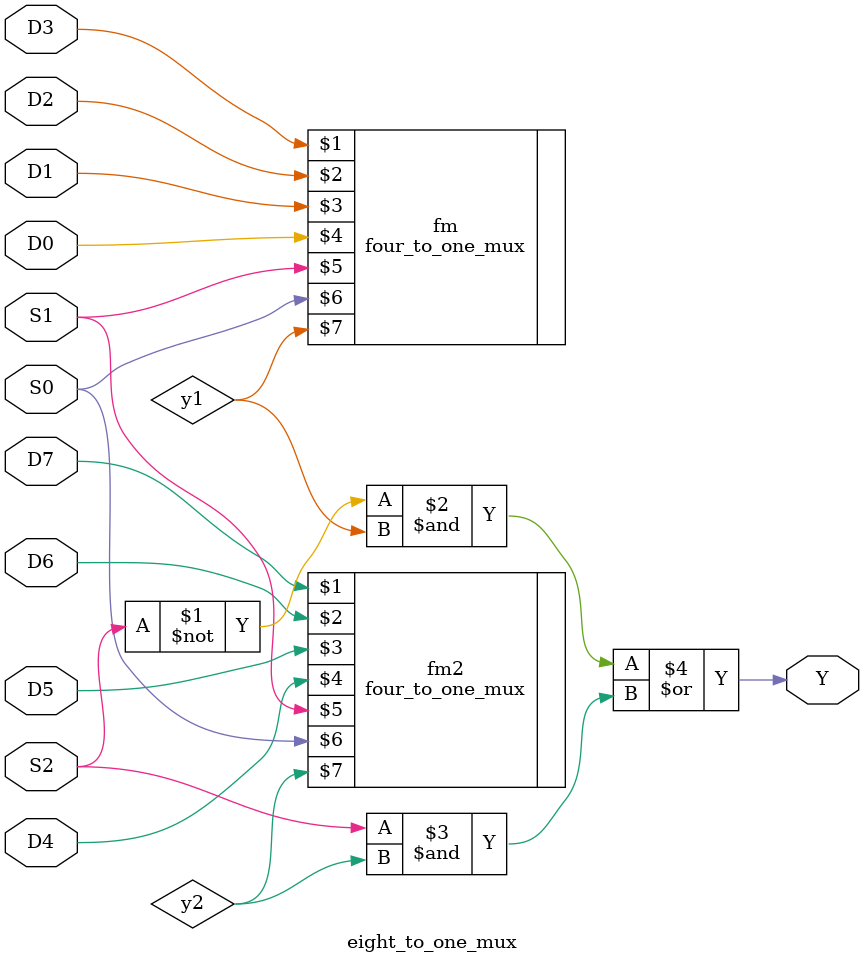
<source format=sv>
`timescale 1ns / 1ps


module eight_to_one_mux(
input logic D7,D6,D5,D4,D3,D2,D1,D0,
input logic S2,S1,S0,
output logic Y
    );
    logic y1,y2;
    four_to_one_mux fm(D3,D2,D1,D0,S1,S0,y1);
    four_to_one_mux fm2(D7,D6,D5,D4, S1,S0,y2);
    assign Y = (~S2 & y1) | (S2 & y2); 
endmodule

</source>
